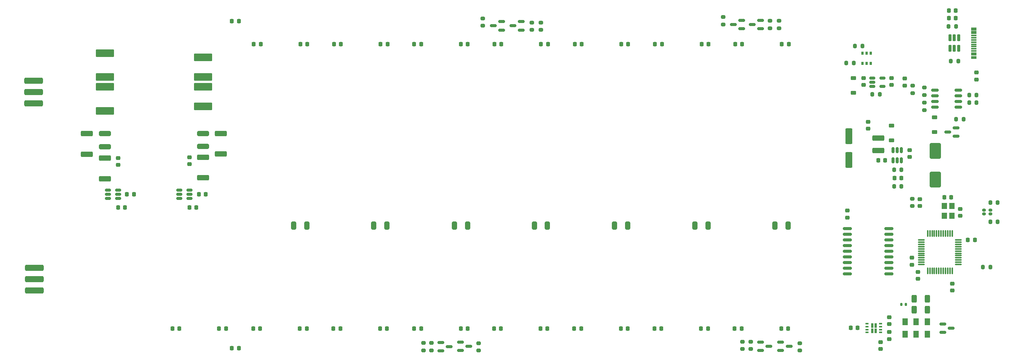
<source format=gtp>
G04 #@! TF.GenerationSoftware,KiCad,Pcbnew,8.0.3-8.0.3-0~ubuntu22.04.1*
G04 #@! TF.CreationDate,2024-06-07T14:10:16+03:00*
G04 #@! TF.ProjectId,ZFTuner,5a465475-6e65-4722-9e6b-696361645f70,A0*
G04 #@! TF.SameCoordinates,Original*
G04 #@! TF.FileFunction,Paste,Top*
G04 #@! TF.FilePolarity,Positive*
%FSLAX46Y46*%
G04 Gerber Fmt 4.6, Leading zero omitted, Abs format (unit mm)*
G04 Created by KiCad (PCBNEW 8.0.3-8.0.3-0~ubuntu22.04.1) date 2024-06-07 14:10:16*
%MOMM*%
%LPD*%
G01*
G04 APERTURE LIST*
G04 Aperture macros list*
%AMRoundRect*
0 Rectangle with rounded corners*
0 $1 Rounding radius*
0 $2 $3 $4 $5 $6 $7 $8 $9 X,Y pos of 4 corners*
0 Add a 4 corners polygon primitive as box body*
4,1,4,$2,$3,$4,$5,$6,$7,$8,$9,$2,$3,0*
0 Add four circle primitives for the rounded corners*
1,1,$1+$1,$2,$3*
1,1,$1+$1,$4,$5*
1,1,$1+$1,$6,$7*
1,1,$1+$1,$8,$9*
0 Add four rect primitives between the rounded corners*
20,1,$1+$1,$2,$3,$4,$5,0*
20,1,$1+$1,$4,$5,$6,$7,0*
20,1,$1+$1,$6,$7,$8,$9,0*
20,1,$1+$1,$8,$9,$2,$3,0*%
G04 Aperture macros list end*
%ADD10RoundRect,0.225000X-0.375000X0.225000X-0.375000X-0.225000X0.375000X-0.225000X0.375000X0.225000X0*%
%ADD11RoundRect,0.225000X-0.225000X-0.250000X0.225000X-0.250000X0.225000X0.250000X-0.225000X0.250000X0*%
%ADD12RoundRect,0.200000X-0.200000X-0.275000X0.200000X-0.275000X0.200000X0.275000X-0.200000X0.275000X0*%
%ADD13RoundRect,0.200000X0.275000X-0.200000X0.275000X0.200000X-0.275000X0.200000X-0.275000X-0.200000X0*%
%ADD14RoundRect,0.225000X0.225000X0.250000X-0.225000X0.250000X-0.225000X-0.250000X0.225000X-0.250000X0*%
%ADD15RoundRect,0.225000X0.250000X-0.225000X0.250000X0.225000X-0.250000X0.225000X-0.250000X-0.225000X0*%
%ADD16RoundRect,0.250000X1.075000X-0.362500X1.075000X0.362500X-1.075000X0.362500X-1.075000X-0.362500X0*%
%ADD17RoundRect,0.250000X-0.550000X1.500000X-0.550000X-1.500000X0.550000X-1.500000X0.550000X1.500000X0*%
%ADD18RoundRect,0.225000X-0.250000X0.225000X-0.250000X-0.225000X0.250000X-0.225000X0.250000X0.225000X0*%
%ADD19RoundRect,0.150000X0.587500X0.150000X-0.587500X0.150000X-0.587500X-0.150000X0.587500X-0.150000X0*%
%ADD20R,0.600000X1.000000*%
%ADD21R,0.650000X0.350000*%
%ADD22RoundRect,0.162500X0.262500X-0.162500X0.262500X0.162500X-0.262500X0.162500X-0.262500X-0.162500X0*%
%ADD23RoundRect,0.350000X-1.750000X-0.350000X1.750000X-0.350000X1.750000X0.350000X-1.750000X0.350000X0*%
%ADD24R,1.200000X1.400000*%
%ADD25RoundRect,0.218750X0.218750X0.256250X-0.218750X0.256250X-0.218750X-0.256250X0.218750X-0.256250X0*%
%ADD26RoundRect,0.150000X0.150000X-0.512500X0.150000X0.512500X-0.150000X0.512500X-0.150000X-0.512500X0*%
%ADD27RoundRect,0.250000X0.325000X0.650000X-0.325000X0.650000X-0.325000X-0.650000X0.325000X-0.650000X0*%
%ADD28RoundRect,0.200000X0.200000X0.275000X-0.200000X0.275000X-0.200000X-0.275000X0.200000X-0.275000X0*%
%ADD29RoundRect,0.196850X-0.403150X-0.603150X0.403150X-0.603150X0.403150X0.603150X-0.403150X0.603150X0*%
%ADD30RoundRect,0.250000X-1.000000X1.500000X-1.000000X-1.500000X1.000000X-1.500000X1.000000X1.500000X0*%
%ADD31RoundRect,0.225000X0.375000X-0.225000X0.375000X0.225000X-0.375000X0.225000X-0.375000X-0.225000X0*%
%ADD32RoundRect,0.218750X-0.218750X-0.256250X0.218750X-0.256250X0.218750X0.256250X-0.218750X0.256250X0*%
%ADD33RoundRect,0.200000X-0.275000X0.200000X-0.275000X-0.200000X0.275000X-0.200000X0.275000X0.200000X0*%
%ADD34RoundRect,0.150000X-0.512500X-0.150000X0.512500X-0.150000X0.512500X0.150000X-0.512500X0.150000X0*%
%ADD35RoundRect,0.250000X-1.075000X0.362500X-1.075000X-0.362500X1.075000X-0.362500X1.075000X0.362500X0*%
%ADD36RoundRect,0.150000X0.675000X0.150000X-0.675000X0.150000X-0.675000X-0.150000X0.675000X-0.150000X0*%
%ADD37RoundRect,0.150000X0.875000X0.150000X-0.875000X0.150000X-0.875000X-0.150000X0.875000X-0.150000X0*%
%ADD38R,1.150000X0.300000*%
%ADD39RoundRect,0.285433X-1.764567X-0.584567X1.764567X-0.584567X1.764567X0.584567X-1.764567X0.584567X0*%
%ADD40RoundRect,0.150000X-0.587500X-0.150000X0.587500X-0.150000X0.587500X0.150000X-0.587500X0.150000X0*%
%ADD41RoundRect,0.250000X1.075000X-0.375000X1.075000X0.375000X-1.075000X0.375000X-1.075000X-0.375000X0*%
%ADD42RoundRect,0.075000X-0.075000X0.662500X-0.075000X-0.662500X0.075000X-0.662500X0.075000X0.662500X0*%
%ADD43RoundRect,0.075000X-0.662500X0.075000X-0.662500X-0.075000X0.662500X-0.075000X0.662500X0.075000X0*%
%ADD44RoundRect,0.250000X-0.312500X-0.625000X0.312500X-0.625000X0.312500X0.625000X-0.312500X0.625000X0*%
%ADD45RoundRect,0.140000X0.140000X0.170000X-0.140000X0.170000X-0.140000X-0.170000X0.140000X-0.170000X0*%
%ADD46RoundRect,0.250000X-1.075000X0.312500X-1.075000X-0.312500X1.075000X-0.312500X1.075000X0.312500X0*%
%ADD47R,0.510000X0.700000*%
%ADD48RoundRect,0.150000X0.150000X-0.650000X0.150000X0.650000X-0.150000X0.650000X-0.150000X-0.650000X0*%
%ADD49RoundRect,0.218750X0.256250X-0.218750X0.256250X0.218750X-0.256250X0.218750X-0.256250X-0.218750X0*%
G04 APERTURE END LIST*
D10*
X230190000Y-57375000D03*
X230190000Y-60675000D03*
D11*
X214107500Y-49750000D03*
X215657500Y-49750000D03*
D12*
X259250000Y-99800000D03*
X260900000Y-99800000D03*
X256150000Y-62900000D03*
X257800000Y-62900000D03*
D13*
X243350000Y-86100000D03*
X243350000Y-84450000D03*
D14*
X240950000Y-79817677D03*
X239400000Y-79817677D03*
X197540000Y-113617500D03*
X195990000Y-113617500D03*
D11*
X255850000Y-93712500D03*
X257400000Y-93712500D03*
D15*
X238690000Y-58925000D03*
X238690000Y-57375000D03*
D16*
X58250000Y-74450000D03*
X58250000Y-69825000D03*
D14*
X161540000Y-113617500D03*
X159990000Y-113617500D03*
X107540000Y-113617500D03*
X105990000Y-113617500D03*
D17*
X229152677Y-70392677D03*
X229152677Y-75792677D03*
D14*
X179540000Y-113617500D03*
X177990000Y-113617500D03*
D18*
X65250000Y-75325000D03*
X65250000Y-76875000D03*
D14*
X151090000Y-113617500D03*
X149540000Y-113617500D03*
X169090000Y-113617500D03*
X167540000Y-113617500D03*
D11*
X81250000Y-86450000D03*
X82800000Y-86450000D03*
D19*
X155687500Y-46590000D03*
X155687500Y-44690000D03*
X153812500Y-45640000D03*
D20*
X234362500Y-112900000D03*
X234362500Y-114100000D03*
X235137500Y-112900000D03*
X235137500Y-114100000D03*
D21*
X233200000Y-112525000D03*
X233200000Y-113175000D03*
X233200000Y-113825000D03*
X233200000Y-114475000D03*
X236300000Y-114475000D03*
X236300000Y-113825000D03*
X236300000Y-113175000D03*
X236300000Y-112525000D03*
D22*
X259450000Y-87050000D03*
X259450000Y-87900000D03*
X260900000Y-87050000D03*
X260900000Y-87900000D03*
D23*
X46407500Y-102500000D03*
X46407500Y-99950000D03*
X46407500Y-105050000D03*
D18*
X243325000Y-97712500D03*
X243325000Y-99262500D03*
D11*
X113657500Y-49750000D03*
X115207500Y-49750000D03*
D14*
X205090000Y-113617500D03*
X203540000Y-113617500D03*
D24*
X250600000Y-86100000D03*
X250600000Y-88300000D03*
X252300000Y-88300000D03*
X252300000Y-86100000D03*
D25*
X253137500Y-43950000D03*
X251562500Y-43950000D03*
D14*
X78972500Y-113617500D03*
X77422500Y-113617500D03*
D12*
X256150000Y-61150000D03*
X257800000Y-61150000D03*
D11*
X196107500Y-49750000D03*
X197657500Y-49750000D03*
X124107500Y-49750000D03*
X125657500Y-49750000D03*
D26*
X239050000Y-75837500D03*
X240000000Y-75837500D03*
X240950000Y-75837500D03*
X240950000Y-73562500D03*
X240000000Y-73562500D03*
X239050000Y-73562500D03*
D12*
X228575000Y-54000000D03*
X230225000Y-54000000D03*
X260900000Y-89640000D03*
X262550000Y-89640000D03*
D27*
X107540000Y-90500000D03*
X104590000Y-90500000D03*
D12*
X230540000Y-50200000D03*
X232190000Y-50200000D03*
D18*
X254150000Y-86750000D03*
X254150000Y-88300000D03*
X244650000Y-100875000D03*
X244650000Y-102425000D03*
D14*
X187090000Y-113617500D03*
X185540000Y-113617500D03*
D11*
X160107500Y-49750000D03*
X161657500Y-49750000D03*
D28*
X254887500Y-66600000D03*
X253237500Y-66600000D03*
D13*
X246050000Y-64550000D03*
X246050000Y-62900000D03*
D29*
X241750000Y-114900000D03*
X244250000Y-114900000D03*
X246750000Y-114900000D03*
X246750000Y-112100000D03*
X244250000Y-112100000D03*
X241750000Y-112100000D03*
D30*
X248500000Y-73692500D03*
X248500000Y-80192500D03*
D14*
X84887500Y-83450000D03*
X83337500Y-83450000D03*
D31*
X238750000Y-71350000D03*
X238750000Y-68050000D03*
D32*
X251562500Y-42250000D03*
X253137500Y-42250000D03*
D33*
X147000000Y-43990000D03*
X147000000Y-45640000D03*
D15*
X245100000Y-86100000D03*
X245100000Y-84550000D03*
D13*
X133750000Y-118475000D03*
X133750000Y-116825000D03*
D11*
X149657500Y-49750000D03*
X151207500Y-49750000D03*
D25*
X92325000Y-117975000D03*
X90750000Y-117975000D03*
D14*
X215540000Y-113617500D03*
X213990000Y-113617500D03*
D12*
X260900000Y-85300000D03*
X262550000Y-85300000D03*
D11*
X203657500Y-49750000D03*
X205207500Y-49750000D03*
D13*
X205237500Y-118175000D03*
X205237500Y-116525000D03*
D14*
X143657500Y-113617500D03*
X142107500Y-113617500D03*
D13*
X158062500Y-46552500D03*
X158062500Y-44902500D03*
D14*
X115090000Y-113617500D03*
X113540000Y-113617500D03*
D18*
X252325000Y-103525000D03*
X252325000Y-105075000D03*
D34*
X78975000Y-82500000D03*
X78975000Y-83450000D03*
X78975000Y-84400000D03*
X81250000Y-84400000D03*
X81250000Y-83450000D03*
X81250000Y-82500000D03*
D19*
X209375000Y-46290000D03*
X209375000Y-44390000D03*
X207500000Y-45340000D03*
D34*
X62975000Y-82500000D03*
X62975000Y-83450000D03*
X62975000Y-84400000D03*
X65250000Y-84400000D03*
X65250000Y-83450000D03*
X65250000Y-82500000D03*
D11*
X95657500Y-49750000D03*
X97207500Y-49750000D03*
D18*
X236300000Y-116650000D03*
X236300000Y-118200000D03*
D35*
X84250000Y-75125000D03*
X84250000Y-79750000D03*
D15*
X238250000Y-112600000D03*
X238250000Y-111050000D03*
D27*
X143657500Y-90500000D03*
X140707500Y-90500000D03*
D33*
X207175000Y-116525000D03*
X207175000Y-118175000D03*
D14*
X252100000Y-84100000D03*
X250550000Y-84100000D03*
D35*
X62250000Y-75325000D03*
X62250000Y-79950000D03*
D11*
X178107500Y-49750000D03*
X179657500Y-49750000D03*
D13*
X211500000Y-46165000D03*
X211500000Y-44515000D03*
D36*
X253725000Y-63870000D03*
X253725000Y-62600000D03*
X253725000Y-61330000D03*
X253725000Y-60060000D03*
X248475000Y-60060000D03*
X248475000Y-61330000D03*
X248475000Y-62600000D03*
X248475000Y-63870000D03*
D11*
X65250000Y-86400000D03*
X66800000Y-86400000D03*
D31*
X248400000Y-69500000D03*
X248400000Y-66200000D03*
D27*
X125550000Y-90500000D03*
X122600000Y-90500000D03*
X179540000Y-90500000D03*
X176590000Y-90500000D03*
D37*
X238100000Y-101330000D03*
X238100000Y-100060000D03*
X238100000Y-98790000D03*
X238100000Y-97520000D03*
X238100000Y-96250000D03*
X238100000Y-94980000D03*
X238100000Y-93710000D03*
X238100000Y-92440000D03*
X238100000Y-91170000D03*
X228800000Y-91170000D03*
X228800000Y-92440000D03*
X228800000Y-93710000D03*
X228800000Y-94980000D03*
X228800000Y-96250000D03*
X228800000Y-97520000D03*
X228800000Y-98790000D03*
X228800000Y-100060000D03*
X228800000Y-101330000D03*
D13*
X218187500Y-118550000D03*
X218187500Y-116900000D03*
D38*
X257170000Y-52905000D03*
X257170000Y-52105000D03*
X257170000Y-50805000D03*
X257170000Y-49805000D03*
X257170000Y-49305000D03*
X257170000Y-48305000D03*
X257170000Y-47005000D03*
X257170000Y-46205000D03*
X257170000Y-46505000D03*
X257170000Y-47305000D03*
X257170000Y-47805000D03*
X257170000Y-48805000D03*
X257170000Y-50305000D03*
X257170000Y-51305000D03*
X257170000Y-51805000D03*
X257170000Y-52605000D03*
D39*
X62250000Y-51750000D03*
X62250000Y-57150000D03*
X62250000Y-59350000D03*
X62250000Y-64750000D03*
X84250000Y-63750000D03*
X84250000Y-59350000D03*
X84250000Y-57150000D03*
X84250000Y-52750000D03*
D11*
X185657500Y-49750000D03*
X187207500Y-49750000D03*
D40*
X142000000Y-116650000D03*
X142000000Y-118550000D03*
X143875000Y-117600000D03*
D28*
X240950000Y-81700000D03*
X239300000Y-81700000D03*
D34*
X234415000Y-57375000D03*
X234415000Y-58325000D03*
X234415000Y-59275000D03*
X236690000Y-59275000D03*
X236690000Y-57375000D03*
D41*
X235750000Y-73600000D03*
X235750000Y-70800000D03*
D14*
X231137500Y-113425000D03*
X229587500Y-113425000D03*
D18*
X238250000Y-114400000D03*
X238250000Y-115950000D03*
D42*
X252325000Y-92300000D03*
X251825000Y-92300000D03*
X251325000Y-92300000D03*
X250825000Y-92300000D03*
X250325000Y-92300000D03*
X249825000Y-92300000D03*
X249325000Y-92300000D03*
X248825000Y-92300000D03*
X248325000Y-92300000D03*
X247825000Y-92300000D03*
X247325000Y-92300000D03*
X246825000Y-92300000D03*
D43*
X245412500Y-93712500D03*
X245412500Y-94212500D03*
X245412500Y-94712500D03*
X245412500Y-95212500D03*
X245412500Y-95712500D03*
X245412500Y-96212500D03*
X245412500Y-96712500D03*
X245412500Y-97212500D03*
X245412500Y-97712500D03*
X245412500Y-98212500D03*
X245412500Y-98712500D03*
X245412500Y-99212500D03*
D42*
X246825000Y-100625000D03*
X247325000Y-100625000D03*
X247825000Y-100625000D03*
X248325000Y-100625000D03*
X248825000Y-100625000D03*
X249325000Y-100625000D03*
X249825000Y-100625000D03*
X250325000Y-100625000D03*
X250825000Y-100625000D03*
X251325000Y-100625000D03*
X251825000Y-100625000D03*
X252325000Y-100625000D03*
D43*
X253737500Y-99212500D03*
X253737500Y-98712500D03*
X253737500Y-98212500D03*
X253737500Y-97712500D03*
X253737500Y-97212500D03*
X253737500Y-96712500D03*
X253737500Y-96212500D03*
X253737500Y-95712500D03*
X253737500Y-95212500D03*
X253737500Y-94712500D03*
X253737500Y-94212500D03*
X253737500Y-93712500D03*
D27*
X215540000Y-90500000D03*
X212590000Y-90500000D03*
D25*
X92312500Y-44625000D03*
X90737500Y-44625000D03*
D44*
X243825000Y-106900000D03*
X246750000Y-106900000D03*
D18*
X233500000Y-67175000D03*
X233500000Y-68725000D03*
D12*
X251515000Y-45750000D03*
X253165000Y-45750000D03*
D45*
X241900000Y-108150000D03*
X240940000Y-108150000D03*
D46*
X84250000Y-69812500D03*
X84250000Y-72737500D03*
D33*
X246050000Y-59500000D03*
X246050000Y-61150000D03*
D14*
X125540000Y-113617500D03*
X123990000Y-113617500D03*
D15*
X232440000Y-58925000D03*
X232440000Y-57375000D03*
D12*
X252015000Y-53555000D03*
X253665000Y-53555000D03*
D15*
X242750000Y-75112500D03*
X242750000Y-73562500D03*
D23*
X46307500Y-60500000D03*
X46307500Y-57950000D03*
X46307500Y-63050000D03*
D14*
X89422500Y-113617500D03*
X87872500Y-113617500D03*
D11*
X131657500Y-49750000D03*
X133207500Y-49750000D03*
D15*
X228800000Y-88675000D03*
X228800000Y-87125000D03*
D16*
X88250000Y-74437500D03*
X88250000Y-69812500D03*
D47*
X234090000Y-51775000D03*
X233140000Y-51775000D03*
X232190000Y-51775000D03*
X232190000Y-54095000D03*
X233140000Y-54095000D03*
X234090000Y-54095000D03*
D14*
X237275000Y-75837500D03*
X235725000Y-75837500D03*
X97090000Y-113617500D03*
X95540000Y-113617500D03*
D46*
X62250000Y-69825000D03*
X62250000Y-72750000D03*
D27*
X197540000Y-90500000D03*
X194590000Y-90500000D03*
D40*
X209300000Y-116650000D03*
X209300000Y-118550000D03*
X211175000Y-117600000D03*
D14*
X68775000Y-83450000D03*
X67225000Y-83450000D03*
D13*
X146125000Y-118550000D03*
X146125000Y-116900000D03*
D40*
X250262500Y-112550000D03*
X250262500Y-114450000D03*
X252137500Y-113500000D03*
D19*
X253237500Y-70450000D03*
X253237500Y-68550000D03*
X251362500Y-69500000D03*
D48*
X251850000Y-50650000D03*
X252800000Y-50650000D03*
X253750000Y-50650000D03*
X253750000Y-48350000D03*
X252800000Y-48350000D03*
X251850000Y-48350000D03*
D13*
X243450000Y-60725000D03*
X243450000Y-59075000D03*
D33*
X213500000Y-44515000D03*
X213500000Y-46165000D03*
D44*
X243825000Y-109400000D03*
X246750000Y-109400000D03*
D49*
X257735000Y-57687500D03*
X257735000Y-56112500D03*
D40*
X213862500Y-116650000D03*
X213862500Y-118550000D03*
X215737500Y-117600000D03*
D33*
X201000000Y-43690000D03*
X201000000Y-45340000D03*
D11*
X167657500Y-49750000D03*
X169207500Y-49750000D03*
X142107500Y-49750000D03*
X143657500Y-49750000D03*
D14*
X133207500Y-113617500D03*
X131657500Y-113617500D03*
D11*
X106107500Y-49750000D03*
X107657500Y-49750000D03*
D40*
X137625000Y-116700000D03*
X137625000Y-118600000D03*
X139500000Y-117650000D03*
D19*
X205125000Y-46290000D03*
X205125000Y-44390000D03*
X203250000Y-45340000D03*
D27*
X161540000Y-90500000D03*
X158590000Y-90500000D03*
D33*
X135500000Y-116825000D03*
X135500000Y-118475000D03*
X160062500Y-44902500D03*
X160062500Y-46552500D03*
D18*
X81250000Y-75125000D03*
X81250000Y-76675000D03*
D49*
X241700000Y-59075000D03*
X241700000Y-57500000D03*
D12*
X239300000Y-77950000D03*
X240950000Y-77950000D03*
D19*
X151250000Y-46590000D03*
X151250000Y-44690000D03*
X149375000Y-45640000D03*
D28*
X236075000Y-61025000D03*
X234425000Y-61025000D03*
M02*

</source>
